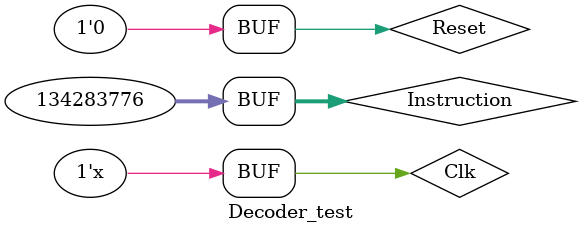
<source format=v>
`timescale 1ns / 1ps


module Decoder_test();

	// Inputs
	reg Clk;
	reg Reset;
	reg [31:0] Instruction;

	// Instantiate the Unit Under Test (UUT)
	Decoder uut (
		.Clk(Clk), 
		.Reset(Reset), 
		.Instruction(Instruction)
	);
	
	initial begin
		// Initialize Inputs
		Clk = 0;
		Reset = 0;
		Instruction = 0;	

		#10 Reset=1;
		#20 Reset=0;
		#20 Instruction=32'b10000000_00000000_00000000_00000000; // (LOAD M0 R0)
		#20 Instruction=32'b01000000_00000000_00000001_00000000; // (STORE M0 R1)
		#20 Instruction=32'b00100000_00000010_00000011_00000001; // (ADD R2 R3 R1)
		#20 Instruction=32'b00001000_00000001_00000010_00000000; // (SL R1 2 R0)
      
		// Add stimulus here
	end
	
	always
		#10 Clk = ~Clk;
      
endmodule


</source>
